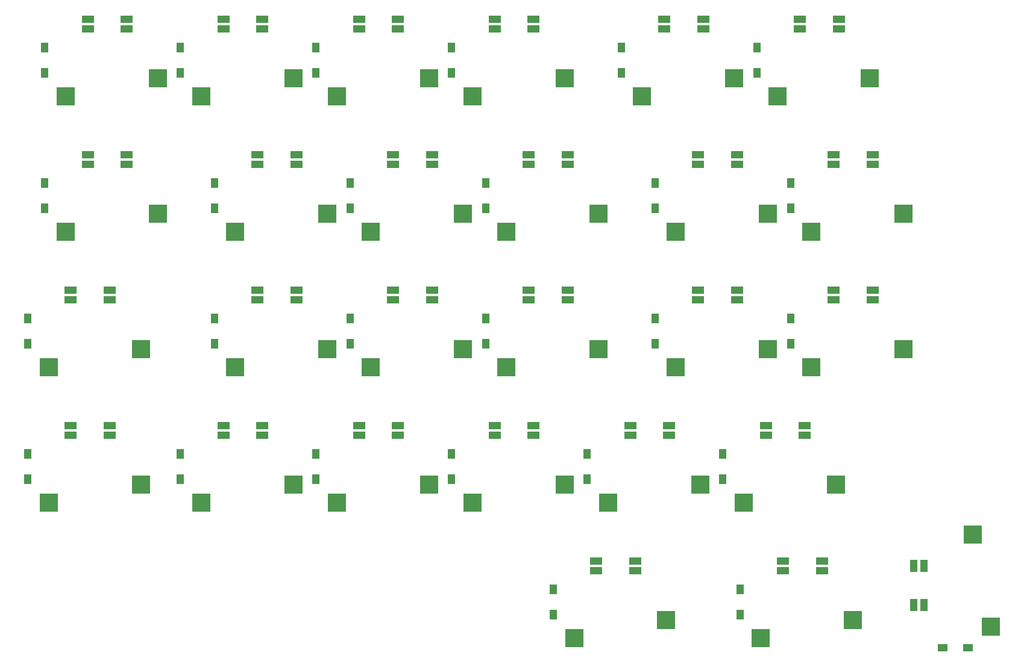
<source format=gbr>
G04 #@! TF.GenerationSoftware,KiCad,Pcbnew,(5.1.9)-1*
G04 #@! TF.CreationDate,2021-01-10T01:59:45+09:00*
G04 #@! TF.ProjectId,yuiop27,7975696f-7032-4372-9e6b-696361645f70,rev?*
G04 #@! TF.SameCoordinates,Original*
G04 #@! TF.FileFunction,Paste,Bot*
G04 #@! TF.FilePolarity,Positive*
%FSLAX46Y46*%
G04 Gerber Fmt 4.6, Leading zero omitted, Abs format (unit mm)*
G04 Created by KiCad (PCBNEW (5.1.9)-1) date 2021-01-10 01:59:45*
%MOMM*%
%LPD*%
G01*
G04 APERTURE LIST*
%ADD10R,2.550000X2.500000*%
%ADD11R,1.000000X1.400000*%
%ADD12R,1.400000X1.000000*%
%ADD13R,1.000000X1.700000*%
%ADD14R,1.700000X1.000000*%
%ADD15R,2.500000X2.550000*%
G04 APERTURE END LIST*
D10*
X172216750Y-129540000D03*
X159289750Y-132080000D03*
X168814750Y-93980000D03*
X181741750Y-91440000D03*
X106902250Y-113030000D03*
X119829250Y-110490000D03*
X145002250Y-93980000D03*
X157929250Y-91440000D03*
D11*
X80168750Y-68075000D03*
X80168750Y-71625000D03*
X99218750Y-68075000D03*
X99218750Y-71625000D03*
X118268750Y-71625000D03*
X118268750Y-68075000D03*
X137318750Y-68075000D03*
X137318750Y-71625000D03*
X161131250Y-68075000D03*
X161131250Y-71625000D03*
X180181250Y-71625000D03*
X180181250Y-68075000D03*
X80168750Y-90675000D03*
X80168750Y-87125000D03*
X103981250Y-90675000D03*
X103981250Y-87125000D03*
X123031250Y-87125000D03*
X123031250Y-90675000D03*
X142081250Y-90675000D03*
X142081250Y-87125000D03*
X165893750Y-90675000D03*
X165893750Y-87125000D03*
X184943750Y-87125000D03*
X184943750Y-90675000D03*
X77787500Y-106175000D03*
X77787500Y-109725000D03*
X103981250Y-109725000D03*
X103981250Y-106175000D03*
X123031250Y-109725000D03*
X123031250Y-106175000D03*
X142081250Y-106175000D03*
X142081250Y-109725000D03*
X165893750Y-106175000D03*
X165893750Y-109725000D03*
X184943750Y-106175000D03*
X184943750Y-109725000D03*
X77787500Y-125225000D03*
X77787500Y-128775000D03*
X99218750Y-125225000D03*
X99218750Y-128775000D03*
X118268750Y-125225000D03*
X118268750Y-128775000D03*
X137318750Y-125225000D03*
X137318750Y-128775000D03*
X156368750Y-128775000D03*
X156368750Y-125225000D03*
X175418750Y-128775000D03*
X175418750Y-125225000D03*
X151606250Y-144275000D03*
X151606250Y-147825000D03*
X177800000Y-144275000D03*
X177800000Y-147825000D03*
D12*
X209801000Y-152463500D03*
X206251000Y-152463500D03*
D13*
X203614250Y-146450500D03*
X202214250Y-146450500D03*
X203614250Y-140950500D03*
X202214250Y-140950500D03*
D14*
X183813000Y-141670000D03*
X183813000Y-140270000D03*
X189313000Y-141670000D03*
X189313000Y-140270000D03*
X181431750Y-122620000D03*
X181431750Y-121220000D03*
X186931750Y-122620000D03*
X186931750Y-121220000D03*
X196456750Y-102170000D03*
X196456750Y-103570000D03*
X190956750Y-102170000D03*
X190956750Y-103570000D03*
X190956750Y-84520000D03*
X190956750Y-83120000D03*
X196456750Y-84520000D03*
X196456750Y-83120000D03*
X191694250Y-64070000D03*
X191694250Y-65470000D03*
X186194250Y-64070000D03*
X186194250Y-65470000D03*
X167144250Y-65470000D03*
X167144250Y-64070000D03*
X172644250Y-65470000D03*
X172644250Y-64070000D03*
X177406750Y-83120000D03*
X177406750Y-84520000D03*
X171906750Y-83120000D03*
X171906750Y-84520000D03*
X171906750Y-103570000D03*
X171906750Y-102170000D03*
X177406750Y-103570000D03*
X177406750Y-102170000D03*
X167881750Y-121220000D03*
X167881750Y-122620000D03*
X162381750Y-121220000D03*
X162381750Y-122620000D03*
X157619250Y-141670000D03*
X157619250Y-140270000D03*
X163119250Y-141670000D03*
X163119250Y-140270000D03*
X148831750Y-121220000D03*
X148831750Y-122620000D03*
X143331750Y-121220000D03*
X143331750Y-122620000D03*
X148094250Y-103570000D03*
X148094250Y-102170000D03*
X153594250Y-103570000D03*
X153594250Y-102170000D03*
X153594250Y-83120000D03*
X153594250Y-84520000D03*
X148094250Y-83120000D03*
X148094250Y-84520000D03*
X143331750Y-65470000D03*
X143331750Y-64070000D03*
X148831750Y-65470000D03*
X148831750Y-64070000D03*
X129781750Y-64070000D03*
X129781750Y-65470000D03*
X124281750Y-64070000D03*
X124281750Y-65470000D03*
X129044250Y-84520000D03*
X129044250Y-83120000D03*
X134544250Y-84520000D03*
X134544250Y-83120000D03*
X134544250Y-102170000D03*
X134544250Y-103570000D03*
X129044250Y-102170000D03*
X129044250Y-103570000D03*
X129781750Y-121220000D03*
X129781750Y-122620000D03*
X124281750Y-121220000D03*
X124281750Y-122620000D03*
X110731750Y-121220000D03*
X110731750Y-122620000D03*
X105231750Y-121220000D03*
X105231750Y-122620000D03*
X109994250Y-103570000D03*
X109994250Y-102170000D03*
X115494250Y-103570000D03*
X115494250Y-102170000D03*
X115494250Y-83120000D03*
X115494250Y-84520000D03*
X109994250Y-83120000D03*
X109994250Y-84520000D03*
X105231750Y-65470000D03*
X105231750Y-64070000D03*
X110731750Y-65470000D03*
X110731750Y-64070000D03*
X91681750Y-64070000D03*
X91681750Y-65470000D03*
X86181750Y-64070000D03*
X86181750Y-65470000D03*
X86181750Y-84520000D03*
X86181750Y-83120000D03*
X91681750Y-84520000D03*
X91681750Y-83120000D03*
X83800500Y-103570000D03*
X83800500Y-102170000D03*
X89300500Y-103570000D03*
X89300500Y-102170000D03*
X83800500Y-122620000D03*
X83800500Y-121220000D03*
X89300500Y-122620000D03*
X89300500Y-121220000D03*
D10*
X83089750Y-74930000D03*
X96016750Y-72390000D03*
X102139750Y-74930000D03*
X115066750Y-72390000D03*
X134116750Y-72390000D03*
X121189750Y-74930000D03*
X153166750Y-72390000D03*
X140239750Y-74930000D03*
X176979250Y-72390000D03*
X164052250Y-74930000D03*
X196029250Y-72390000D03*
X183102250Y-74930000D03*
X96016750Y-91440000D03*
X83089750Y-93980000D03*
X119829250Y-91440000D03*
X106902250Y-93980000D03*
X125952250Y-93980000D03*
X138879250Y-91440000D03*
X200791750Y-91440000D03*
X187864750Y-93980000D03*
X93635500Y-110490000D03*
X80708500Y-113030000D03*
X125952250Y-113030000D03*
X138879250Y-110490000D03*
X145002250Y-113030000D03*
X157929250Y-110490000D03*
X168814750Y-113030000D03*
X181741750Y-110490000D03*
X187864750Y-113030000D03*
X200791750Y-110490000D03*
X93635500Y-129540000D03*
X80708500Y-132080000D03*
X102139750Y-132080000D03*
X115066750Y-129540000D03*
X134116750Y-129540000D03*
X121189750Y-132080000D03*
X153166750Y-129540000D03*
X140239750Y-132080000D03*
X191266750Y-129540000D03*
X178339750Y-132080000D03*
X167454250Y-148590000D03*
X154527250Y-151130000D03*
X193675000Y-148590000D03*
X180748000Y-151130000D03*
D15*
X210521550Y-136596450D03*
X213061550Y-149523450D03*
M02*

</source>
